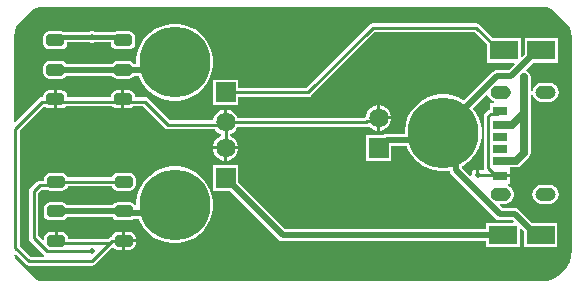
<source format=gbr>
G04*
G04 #@! TF.GenerationSoftware,Altium Limited,Altium Designer,23.0.1 (38)*
G04*
G04 Layer_Physical_Order=1*
G04 Layer_Color=255*
%FSLAX43Y43*%
%MOMM*%
G71*
G04*
G04 #@! TF.SameCoordinates,0C8224BD-781C-42A6-9A02-31E2BED0DC02*
G04*
G04*
G04 #@! TF.FilePolarity,Positive*
G04*
G01*
G75*
%ADD11C,0.254*%
%ADD13R,2.350X1.550*%
G04:AMPARAMS|DCode=14|XSize=1mm|YSize=1.525mm|CornerRadius=0.25mm|HoleSize=0mm|Usage=FLASHONLY|Rotation=90.000|XOffset=0mm|YOffset=0mm|HoleType=Round|Shape=RoundedRectangle|*
%AMROUNDEDRECTD14*
21,1,1.000,1.025,0,0,90.0*
21,1,0.500,1.525,0,0,90.0*
1,1,0.500,0.513,0.250*
1,1,0.500,0.513,-0.250*
1,1,0.500,-0.513,-0.250*
1,1,0.500,-0.513,0.250*
%
%ADD14ROUNDEDRECTD14*%
%ADD15R,1.200X0.800*%
%ADD16R,1.200X0.760*%
%ADD17R,1.200X0.700*%
%ADD27C,0.635*%
%ADD28C,0.508*%
%ADD29C,0.381*%
%ADD30C,6.000*%
%ADD31O,1.600X0.800*%
%ADD32R,1.651X1.651*%
%ADD33C,1.651*%
%ADD34C,0.508*%
G36*
X125511Y112232D02*
X125878Y112120D01*
X127457Y110541D01*
X127569Y110174D01*
X127616Y109688D01*
X127612Y109663D01*
Y91663D01*
X127616Y91638D01*
X127569Y91152D01*
X127420Y90661D01*
X127178Y90208D01*
X126852Y89811D01*
X126455Y89485D01*
X126002Y89243D01*
X125511Y89094D01*
X125125Y89056D01*
X125000Y89051D01*
X125000Y89051D01*
X124875Y89051D01*
X83000D01*
X82975Y89047D01*
X82489Y89094D01*
X82297Y89153D01*
X80490Y90960D01*
X80431Y91152D01*
X80423Y91240D01*
X80538Y91295D01*
X81365Y90467D01*
X81491Y90383D01*
X81640Y90353D01*
X86996D01*
X87145Y90383D01*
X87271Y90467D01*
X88666Y91861D01*
X88792Y91849D01*
X88796Y91843D01*
X88963Y91731D01*
X89160Y91692D01*
X89545D01*
Y92456D01*
Y93220D01*
X89160D01*
X88963Y93181D01*
X88796Y93069D01*
X88685Y92903D01*
X88666Y92809D01*
X88529Y92781D01*
X88403Y92697D01*
X88360Y92654D01*
X84973D01*
Y92706D01*
X84934Y92903D01*
X84823Y93069D01*
X84656Y93181D01*
X84460Y93220D01*
X84074D01*
Y92456D01*
X83820D01*
Y93220D01*
X83435D01*
X83238Y93181D01*
X83071Y93069D01*
X82960Y92903D01*
X82921Y92706D01*
Y92543D01*
X82803Y92494D01*
X82430Y92867D01*
Y96486D01*
X82732Y96788D01*
X83153D01*
X83238Y96731D01*
X83435Y96692D01*
X84460D01*
X84656Y96731D01*
X84823Y96843D01*
X84934Y97009D01*
X84946Y97068D01*
X88673D01*
X88685Y97009D01*
X88796Y96843D01*
X88963Y96731D01*
X89160Y96692D01*
X90185D01*
X90381Y96731D01*
X90548Y96843D01*
X90659Y97009D01*
X90698Y97206D01*
Y97706D01*
X90659Y97903D01*
X90548Y98069D01*
X90381Y98181D01*
X90185Y98220D01*
X89160D01*
X88963Y98181D01*
X88796Y98069D01*
X88685Y97903D01*
X88673Y97844D01*
X84946D01*
X84934Y97903D01*
X84823Y98069D01*
X84656Y98181D01*
X84460Y98220D01*
X83435D01*
X83238Y98181D01*
X83071Y98069D01*
X82960Y97903D01*
X82921Y97706D01*
Y97565D01*
X82572D01*
X82423Y97535D01*
X82297Y97451D01*
X81767Y96922D01*
X81683Y96796D01*
X81654Y96647D01*
Y92706D01*
X81683Y92557D01*
X81767Y92431D01*
X82898Y91300D01*
X82963Y91257D01*
X82925Y91130D01*
X81801D01*
X80896Y92034D01*
Y101797D01*
X82878Y103779D01*
X83003Y103821D01*
X83169Y103709D01*
X83366Y103670D01*
X83752D01*
Y104434D01*
Y105198D01*
X83366D01*
X83169Y105159D01*
X83003Y105047D01*
X82891Y104881D01*
X82852Y104684D01*
Y104632D01*
X82794D01*
X82645Y104602D01*
X82519Y104518D01*
X80506Y102505D01*
X80388Y102554D01*
Y109663D01*
X80384Y109688D01*
X80431Y110174D01*
X80580Y110665D01*
X80597Y110696D01*
X81967Y112066D01*
X81998Y112083D01*
X82489Y112232D01*
X82975Y112279D01*
X83000Y112275D01*
X125000D01*
X125025Y112279D01*
X125511Y112232D01*
D02*
G37*
%LPC*%
G36*
X87096Y110236D02*
X86894D01*
X86762Y110181D01*
X84674D01*
X84574Y110161D01*
X84391Y110198D01*
X83366D01*
X83169Y110159D01*
X83003Y110047D01*
X82891Y109881D01*
X82852Y109684D01*
Y109184D01*
X82891Y108987D01*
X83003Y108821D01*
X83169Y108709D01*
X83366Y108670D01*
X84391D01*
X84588Y108709D01*
X84754Y108821D01*
X84866Y108987D01*
X84905Y109184D01*
Y109275D01*
X86762D01*
X86894Y109220D01*
X87096D01*
X87228Y109275D01*
X88577D01*
Y109184D01*
X88616Y108987D01*
X88728Y108821D01*
X88894Y108709D01*
X89091Y108670D01*
X90116D01*
X90313Y108709D01*
X90479Y108821D01*
X90591Y108987D01*
X90630Y109184D01*
Y109684D01*
X90591Y109881D01*
X90479Y110047D01*
X90313Y110159D01*
X90116Y110198D01*
X89091D01*
X88908Y110161D01*
X88808Y110181D01*
X87228D01*
X87096Y110236D01*
D02*
G37*
G36*
X94236Y110823D02*
X93724D01*
X93218Y110743D01*
X92731Y110585D01*
X92275Y110352D01*
X91860Y110051D01*
X91498Y109689D01*
X91197Y109274D01*
X90964Y108818D01*
X90806Y108331D01*
X90726Y107825D01*
Y107452D01*
X90543D01*
X90479Y107547D01*
X90313Y107659D01*
X90116Y107698D01*
X89091D01*
X88894Y107659D01*
X88728Y107547D01*
X88664Y107452D01*
X84818D01*
X84754Y107547D01*
X84588Y107659D01*
X84391Y107698D01*
X83366D01*
X83169Y107659D01*
X83003Y107547D01*
X82891Y107381D01*
X82852Y107184D01*
Y106684D01*
X82891Y106487D01*
X83003Y106321D01*
X83169Y106209D01*
X83366Y106170D01*
X84391D01*
X84588Y106209D01*
X84754Y106321D01*
X84818Y106416D01*
X88664D01*
X88728Y106321D01*
X88894Y106209D01*
X89091Y106170D01*
X90116D01*
X90313Y106209D01*
X90479Y106321D01*
X90543Y106416D01*
X90933D01*
X90964Y106320D01*
X91197Y105864D01*
X91498Y105449D01*
X91860Y105087D01*
X92275Y104786D01*
X92731Y104553D01*
X93218Y104395D01*
X93724Y104315D01*
X94236D01*
X94742Y104395D01*
X95229Y104553D01*
X95685Y104786D01*
X96100Y105087D01*
X96462Y105449D01*
X96763Y105864D01*
X96996Y106320D01*
X97154Y106807D01*
X97234Y107313D01*
Y107825D01*
X97154Y108331D01*
X96996Y108818D01*
X96763Y109274D01*
X96462Y109689D01*
X96100Y110051D01*
X95685Y110352D01*
X95229Y110585D01*
X94742Y110743D01*
X94236Y110823D01*
D02*
G37*
G36*
X89477Y105198D02*
X89091D01*
X88894Y105159D01*
X88728Y105047D01*
X88616Y104881D01*
X88577Y104684D01*
Y104632D01*
X84905D01*
Y104684D01*
X84866Y104881D01*
X84754Y105047D01*
X84588Y105159D01*
X84391Y105198D01*
X84006D01*
Y104434D01*
Y103670D01*
X84391D01*
X84588Y103709D01*
X84754Y103821D01*
X84777Y103855D01*
X88705D01*
X88728Y103821D01*
X88894Y103709D01*
X89091Y103670D01*
X89477D01*
Y104434D01*
Y105198D01*
D02*
G37*
G36*
X119539Y110878D02*
X110744D01*
X110595Y110849D01*
X110469Y110765D01*
X105122Y105417D01*
X99378D01*
Y106108D01*
X97218D01*
Y103950D01*
X99378D01*
Y104641D01*
X105283D01*
X105432Y104670D01*
X105558Y104754D01*
X110905Y110102D01*
X119378D01*
X120415Y109065D01*
Y107556D01*
X122717D01*
X122765Y107439D01*
X122270Y106944D01*
X121285D01*
X121087Y106905D01*
X120919Y106792D01*
X118471Y104345D01*
X118418Y104383D01*
X117962Y104616D01*
X117475Y104774D01*
X116969Y104854D01*
X116457D01*
X115951Y104774D01*
X115464Y104616D01*
X115008Y104383D01*
X114593Y104082D01*
X114231Y103720D01*
X113930Y103305D01*
X113697Y102849D01*
X113539Y102362D01*
X113459Y101856D01*
Y101546D01*
X111951D01*
X111752Y101507D01*
X111606Y101410D01*
X110173D01*
Y99251D01*
X112331D01*
Y100511D01*
X113646D01*
X113697Y100351D01*
X113930Y99895D01*
X114231Y99480D01*
X114593Y99118D01*
X115008Y98817D01*
X115464Y98584D01*
X115951Y98426D01*
X116457Y98346D01*
X116969D01*
X117301Y98398D01*
X117334Y98230D01*
X117446Y98062D01*
X121137Y94372D01*
X121305Y94260D01*
X121503Y94220D01*
X122579D01*
X122689Y94110D01*
X122641Y93993D01*
X120339D01*
Y93482D01*
X103339D01*
X99378Y97443D01*
Y98869D01*
X97218D01*
Y96711D01*
X98645D01*
X102758Y92598D01*
X102926Y92485D01*
X103124Y92446D01*
X120339D01*
Y91935D01*
X123197D01*
Y93437D01*
X123314Y93485D01*
X123539Y93260D01*
Y91935D01*
X126397D01*
Y93993D01*
X124271D01*
X123160Y95104D01*
X122992Y95217D01*
X122794Y95256D01*
X121718D01*
X121509Y95465D01*
X121558Y95582D01*
X121887D01*
X121890Y95583D01*
X121894Y95582D01*
X121923Y95583D01*
X121929Y95584D01*
X121936Y95584D01*
X121965Y95586D01*
X121971Y95588D01*
X121978Y95587D01*
X122007Y95591D01*
X122013Y95593D01*
X122020Y95593D01*
X122049Y95598D01*
X122055Y95601D01*
X122062Y95601D01*
X122090Y95608D01*
X122096Y95611D01*
X122103Y95611D01*
X122131Y95620D01*
X122137Y95623D01*
X122143Y95624D01*
X122171Y95633D01*
X122176Y95637D01*
X122183Y95638D01*
X122210Y95649D01*
X122216Y95653D01*
X122222Y95655D01*
X122248Y95667D01*
X122254Y95671D01*
X122260Y95673D01*
X122286Y95687D01*
X122291Y95691D01*
X122297Y95694D01*
X122322Y95709D01*
X122327Y95714D01*
X122333Y95716D01*
X122357Y95733D01*
X122362Y95738D01*
X122368Y95741D01*
X122391Y95758D01*
X122395Y95763D01*
X122401Y95767D01*
X122423Y95785D01*
X122427Y95791D01*
X122433Y95794D01*
X122454Y95814D01*
X122458Y95820D01*
X122464Y95824D01*
X122484Y95845D01*
X122487Y95851D01*
X122493Y95855D01*
X122511Y95877D01*
X122515Y95883D01*
X122520Y95887D01*
X122537Y95910D01*
X122540Y95916D01*
X122545Y95921D01*
X122562Y95945D01*
X122564Y95951D01*
X122569Y95956D01*
X122584Y95981D01*
X122587Y95987D01*
X122591Y95992D01*
X122605Y96018D01*
X122607Y96024D01*
X122611Y96030D01*
X122623Y96056D01*
X122625Y96062D01*
X122629Y96068D01*
X122640Y96095D01*
X122641Y96102D01*
X122645Y96107D01*
X122654Y96135D01*
X122655Y96141D01*
X122658Y96147D01*
X122667Y96175D01*
X122667Y96182D01*
X122670Y96188D01*
X122677Y96216D01*
X122677Y96223D01*
X122680Y96229D01*
X122685Y96258D01*
X122685Y96265D01*
X122687Y96271D01*
X122691Y96300D01*
X122690Y96307D01*
X122692Y96313D01*
X122694Y96342D01*
X122694Y96349D01*
X122695Y96355D01*
X122696Y96384D01*
X122695Y96391D01*
X122696Y96398D01*
X122695Y96427D01*
X122694Y96433D01*
X122694Y96440D01*
X122692Y96469D01*
X122690Y96475D01*
X122691Y96482D01*
X122687Y96511D01*
X122685Y96517D01*
X122685Y96524D01*
X122680Y96553D01*
X122677Y96559D01*
X122677Y96566D01*
X122670Y96594D01*
X122667Y96600D01*
X122667Y96607D01*
X122658Y96635D01*
X122655Y96641D01*
X122654Y96647D01*
X122645Y96675D01*
X122641Y96680D01*
X122640Y96687D01*
X122629Y96714D01*
X122625Y96720D01*
X122623Y96726D01*
X122611Y96752D01*
X122607Y96758D01*
X122605Y96764D01*
X122591Y96790D01*
X122587Y96795D01*
X122584Y96801D01*
X122569Y96826D01*
X122564Y96831D01*
X122562Y96837D01*
X122545Y96861D01*
X122540Y96866D01*
X122537Y96872D01*
X122520Y96895D01*
X122515Y96899D01*
X122511Y96905D01*
X122493Y96927D01*
X122487Y96931D01*
X122484Y96937D01*
X122464Y96958D01*
X122458Y96962D01*
X122454Y96968D01*
X122433Y96988D01*
X122427Y96991D01*
X122423Y96997D01*
X122401Y97015D01*
X122395Y97019D01*
X122391Y97024D01*
X122368Y97041D01*
X122362Y97044D01*
X122357Y97049D01*
X122333Y97066D01*
X122327Y97068D01*
X122322Y97073D01*
X122297Y97088D01*
X122291Y97091D01*
X122286Y97095D01*
X122260Y97109D01*
X122254Y97111D01*
X122248Y97115D01*
X122222Y97127D01*
X122216Y97129D01*
X122210Y97133D01*
X122183Y97144D01*
X122176Y97145D01*
X122171Y97149D01*
X122143Y97158D01*
X122137Y97159D01*
X122131Y97162D01*
X122103Y97171D01*
X122100Y97180D01*
X122196Y97307D01*
X122361D01*
Y97834D01*
X121507D01*
Y98088D01*
X122361D01*
Y98671D01*
X122890D01*
X123113Y98715D01*
X123302Y98841D01*
X123983Y99522D01*
X124109Y99711D01*
X124154Y99934D01*
Y103289D01*
Y104834D01*
X124229Y104884D01*
X124281Y104888D01*
X124297Y104856D01*
X124304Y104828D01*
X124307Y104822D01*
X124307Y104815D01*
X124316Y104787D01*
X124319Y104781D01*
X124320Y104775D01*
X124329Y104747D01*
X124333Y104742D01*
X124334Y104735D01*
X124345Y104708D01*
X124349Y104702D01*
X124351Y104696D01*
X124363Y104670D01*
X124367Y104664D01*
X124369Y104658D01*
X124383Y104632D01*
X124387Y104627D01*
X124390Y104621D01*
X124405Y104596D01*
X124410Y104591D01*
X124412Y104585D01*
X124429Y104561D01*
X124434Y104556D01*
X124437Y104550D01*
X124454Y104527D01*
X124459Y104523D01*
X124463Y104517D01*
X124481Y104495D01*
X124487Y104491D01*
X124490Y104485D01*
X124510Y104464D01*
X124516Y104460D01*
X124520Y104454D01*
X124541Y104434D01*
X124547Y104431D01*
X124551Y104425D01*
X124573Y104407D01*
X124579Y104403D01*
X124583Y104398D01*
X124606Y104381D01*
X124612Y104378D01*
X124617Y104373D01*
X124641Y104356D01*
X124647Y104354D01*
X124652Y104349D01*
X124677Y104334D01*
X124683Y104331D01*
X124688Y104327D01*
X124714Y104313D01*
X124720Y104311D01*
X124726Y104307D01*
X124752Y104295D01*
X124758Y104293D01*
X124764Y104289D01*
X124791Y104278D01*
X124798Y104277D01*
X124803Y104273D01*
X124831Y104264D01*
X124837Y104263D01*
X124843Y104260D01*
X124871Y104251D01*
X124878Y104251D01*
X124884Y104248D01*
X124912Y104241D01*
X124919Y104241D01*
X124925Y104238D01*
X124954Y104233D01*
X124961Y104233D01*
X124967Y104231D01*
X124996Y104227D01*
X125003Y104228D01*
X125009Y104226D01*
X125038Y104224D01*
X125045Y104224D01*
X125051Y104223D01*
X125080Y104222D01*
X125084Y104223D01*
X125087Y104222D01*
X125687D01*
X125690Y104223D01*
X125694Y104222D01*
X125723Y104223D01*
X125729Y104224D01*
X125736Y104224D01*
X125765Y104226D01*
X125771Y104228D01*
X125778Y104227D01*
X125807Y104231D01*
X125813Y104233D01*
X125820Y104233D01*
X125849Y104238D01*
X125855Y104241D01*
X125862Y104241D01*
X125890Y104248D01*
X125896Y104251D01*
X125903Y104251D01*
X125931Y104260D01*
X125937Y104263D01*
X125943Y104264D01*
X125971Y104273D01*
X125976Y104277D01*
X125983Y104278D01*
X126010Y104289D01*
X126016Y104293D01*
X126022Y104295D01*
X126048Y104307D01*
X126054Y104311D01*
X126060Y104313D01*
X126086Y104327D01*
X126091Y104331D01*
X126097Y104334D01*
X126122Y104349D01*
X126127Y104354D01*
X126133Y104356D01*
X126157Y104373D01*
X126162Y104378D01*
X126168Y104381D01*
X126191Y104398D01*
X126195Y104403D01*
X126201Y104407D01*
X126223Y104425D01*
X126227Y104431D01*
X126233Y104434D01*
X126254Y104454D01*
X126258Y104460D01*
X126264Y104464D01*
X126284Y104485D01*
X126287Y104491D01*
X126293Y104495D01*
X126311Y104517D01*
X126315Y104523D01*
X126320Y104527D01*
X126337Y104550D01*
X126340Y104556D01*
X126345Y104561D01*
X126362Y104585D01*
X126364Y104591D01*
X126369Y104596D01*
X126384Y104621D01*
X126387Y104627D01*
X126391Y104632D01*
X126405Y104658D01*
X126407Y104664D01*
X126411Y104670D01*
X126423Y104696D01*
X126425Y104702D01*
X126429Y104708D01*
X126440Y104735D01*
X126441Y104742D01*
X126445Y104747D01*
X126454Y104775D01*
X126455Y104781D01*
X126458Y104787D01*
X126467Y104815D01*
X126467Y104822D01*
X126470Y104828D01*
X126477Y104856D01*
X126477Y104863D01*
X126480Y104869D01*
X126485Y104898D01*
X126485Y104905D01*
X126487Y104911D01*
X126491Y104940D01*
X126490Y104947D01*
X126492Y104953D01*
X126494Y104982D01*
X126494Y104989D01*
X126495Y104995D01*
X126496Y105024D01*
X126495Y105031D01*
X126496Y105038D01*
X126495Y105067D01*
X126494Y105073D01*
X126494Y105080D01*
X126492Y105109D01*
X126490Y105115D01*
X126491Y105122D01*
X126487Y105151D01*
X126485Y105157D01*
X126485Y105164D01*
X126480Y105193D01*
X126477Y105199D01*
X126477Y105206D01*
X126470Y105234D01*
X126467Y105240D01*
X126467Y105247D01*
X126458Y105275D01*
X126455Y105281D01*
X126454Y105287D01*
X126445Y105315D01*
X126441Y105320D01*
X126440Y105327D01*
X126429Y105354D01*
X126425Y105360D01*
X126423Y105366D01*
X126411Y105392D01*
X126407Y105398D01*
X126405Y105404D01*
X126391Y105430D01*
X126387Y105435D01*
X126384Y105441D01*
X126369Y105466D01*
X126364Y105471D01*
X126362Y105477D01*
X126345Y105501D01*
X126340Y105506D01*
X126337Y105512D01*
X126320Y105535D01*
X126315Y105539D01*
X126311Y105545D01*
X126293Y105567D01*
X126287Y105571D01*
X126284Y105577D01*
X126264Y105598D01*
X126258Y105602D01*
X126254Y105608D01*
X126233Y105628D01*
X126227Y105631D01*
X126223Y105637D01*
X126201Y105655D01*
X126195Y105659D01*
X126191Y105664D01*
X126168Y105681D01*
X126162Y105684D01*
X126157Y105689D01*
X126133Y105706D01*
X126127Y105708D01*
X126122Y105713D01*
X126097Y105728D01*
X126091Y105731D01*
X126086Y105735D01*
X126060Y105749D01*
X126054Y105751D01*
X126048Y105755D01*
X126022Y105767D01*
X126016Y105769D01*
X126010Y105773D01*
X125983Y105784D01*
X125976Y105785D01*
X125971Y105789D01*
X125943Y105798D01*
X125937Y105799D01*
X125931Y105802D01*
X125903Y105811D01*
X125896Y105811D01*
X125890Y105814D01*
X125862Y105821D01*
X125855Y105821D01*
X125849Y105824D01*
X125820Y105829D01*
X125813Y105829D01*
X125807Y105831D01*
X125778Y105835D01*
X125771Y105834D01*
X125765Y105836D01*
X125736Y105838D01*
X125729Y105838D01*
X125723Y105839D01*
X125694Y105840D01*
X125690Y105839D01*
X125687Y105840D01*
X125087D01*
X125084Y105839D01*
X125080Y105840D01*
X125051Y105839D01*
X125045Y105838D01*
X125038Y105838D01*
X125009Y105836D01*
X125003Y105834D01*
X124996Y105835D01*
X124967Y105831D01*
X124961Y105829D01*
X124954Y105829D01*
X124925Y105824D01*
X124919Y105821D01*
X124912Y105821D01*
X124884Y105814D01*
X124878Y105811D01*
X124871Y105811D01*
X124843Y105802D01*
X124837Y105799D01*
X124831Y105798D01*
X124803Y105789D01*
X124798Y105785D01*
X124791Y105784D01*
X124764Y105773D01*
X124758Y105769D01*
X124752Y105767D01*
X124726Y105755D01*
X124720Y105751D01*
X124714Y105749D01*
X124688Y105735D01*
X124683Y105731D01*
X124677Y105728D01*
X124652Y105713D01*
X124647Y105708D01*
X124641Y105706D01*
X124617Y105689D01*
X124612Y105684D01*
X124606Y105681D01*
X124583Y105664D01*
X124579Y105659D01*
X124573Y105655D01*
X124551Y105637D01*
X124547Y105631D01*
X124541Y105628D01*
X124520Y105608D01*
X124516Y105602D01*
X124510Y105598D01*
X124490Y105577D01*
X124487Y105571D01*
X124481Y105567D01*
X124463Y105545D01*
X124459Y105539D01*
X124454Y105535D01*
X124437Y105512D01*
X124434Y105506D01*
X124429Y105501D01*
X124412Y105477D01*
X124410Y105471D01*
X124405Y105466D01*
X124390Y105441D01*
X124387Y105435D01*
X124383Y105430D01*
X124369Y105404D01*
X124367Y105398D01*
X124363Y105392D01*
X124351Y105366D01*
X124349Y105360D01*
X124345Y105354D01*
X124334Y105327D01*
X124333Y105320D01*
X124329Y105315D01*
X124320Y105287D01*
X124319Y105281D01*
X124316Y105275D01*
X124307Y105247D01*
X124307Y105240D01*
X124304Y105234D01*
X124297Y105206D01*
X124281Y105174D01*
X124229Y105178D01*
X124154Y105228D01*
Y106299D01*
X124109Y106522D01*
X123983Y106711D01*
X123803Y106832D01*
X123783Y106855D01*
X123751Y106960D01*
X124347Y107556D01*
X126473D01*
Y109614D01*
X123615D01*
Y108288D01*
X123390Y108064D01*
X123273Y108112D01*
Y109614D01*
X120964D01*
X119814Y110765D01*
X119688Y110849D01*
X119539Y110878D01*
D02*
G37*
G36*
X111394Y103950D02*
X111379D01*
Y102997D01*
X112331D01*
Y103012D01*
X112258Y103287D01*
X112116Y103533D01*
X111915Y103734D01*
X111669Y103876D01*
X111394Y103950D01*
D02*
G37*
G36*
X112331Y102743D02*
X111379D01*
Y101790D01*
X111394D01*
X111669Y101864D01*
X111915Y102006D01*
X112116Y102207D01*
X112258Y102453D01*
X112331Y102728D01*
Y102743D01*
D02*
G37*
G36*
X90116Y105198D02*
X89730D01*
Y104434D01*
Y103670D01*
X90116D01*
X90313Y103709D01*
X90479Y103821D01*
X90502Y103855D01*
X91284D01*
X93115Y102024D01*
X93241Y101940D01*
X93390Y101910D01*
X97386D01*
X97434Y101826D01*
X97635Y101625D01*
X97881Y101483D01*
X97910Y101476D01*
Y101343D01*
X97881Y101336D01*
X97635Y101194D01*
X97434Y100993D01*
X97292Y100747D01*
X97218Y100472D01*
Y100457D01*
X98298D01*
X99378D01*
Y100472D01*
X99304Y100747D01*
X99162Y100993D01*
X98961Y101194D01*
X98715Y101336D01*
X98686Y101343D01*
Y101476D01*
X98715Y101483D01*
X98961Y101625D01*
X99162Y101826D01*
X99304Y102072D01*
X99311Y102101D01*
X110173D01*
X110321Y102130D01*
X110408Y102188D01*
X110589Y102006D01*
X110835Y101864D01*
X111110Y101790D01*
X111125D01*
Y102870D01*
Y103950D01*
X111110D01*
X110835Y103876D01*
X110589Y103734D01*
X110388Y103533D01*
X110246Y103287D01*
X110173Y103012D01*
Y102983D01*
X110155Y102979D01*
X110029Y102895D01*
X110012Y102877D01*
X99311D01*
X99304Y102906D01*
X99162Y103152D01*
X98961Y103353D01*
X98715Y103495D01*
X98440Y103568D01*
X98425D01*
Y102489D01*
X98171D01*
Y103568D01*
X98156D01*
X97881Y103495D01*
X97635Y103353D01*
X97434Y103152D01*
X97292Y102906D01*
X97233Y102687D01*
X93550D01*
X91719Y104518D01*
X91593Y104602D01*
X91445Y104632D01*
X90630D01*
Y104684D01*
X90591Y104881D01*
X90479Y105047D01*
X90313Y105159D01*
X90116Y105198D01*
D02*
G37*
G36*
X99378Y100203D02*
X98425D01*
Y99251D01*
X98440D01*
X98715Y99324D01*
X98961Y99466D01*
X99162Y99667D01*
X99304Y99913D01*
X99378Y100188D01*
Y100203D01*
D02*
G37*
G36*
X98171D02*
X97218D01*
Y100188D01*
X97292Y99913D01*
X97434Y99667D01*
X97635Y99466D01*
X97881Y99324D01*
X98156Y99251D01*
X98171D01*
Y100203D01*
D02*
G37*
G36*
X125687Y97200D02*
X125087D01*
X125084Y97199D01*
X125080Y97200D01*
X125051Y97199D01*
X125045Y97198D01*
X125038Y97198D01*
X125009Y97196D01*
X125003Y97194D01*
X124996Y97195D01*
X124967Y97191D01*
X124961Y97189D01*
X124954Y97189D01*
X124925Y97184D01*
X124919Y97181D01*
X124912Y97181D01*
X124884Y97174D01*
X124878Y97171D01*
X124871Y97171D01*
X124843Y97162D01*
X124837Y97159D01*
X124831Y97158D01*
X124803Y97149D01*
X124798Y97145D01*
X124791Y97144D01*
X124764Y97133D01*
X124758Y97129D01*
X124752Y97127D01*
X124726Y97115D01*
X124720Y97111D01*
X124714Y97109D01*
X124688Y97095D01*
X124683Y97091D01*
X124677Y97088D01*
X124652Y97073D01*
X124647Y97068D01*
X124641Y97066D01*
X124617Y97049D01*
X124612Y97044D01*
X124606Y97041D01*
X124583Y97024D01*
X124579Y97019D01*
X124573Y97015D01*
X124551Y96997D01*
X124547Y96991D01*
X124541Y96988D01*
X124520Y96968D01*
X124516Y96962D01*
X124510Y96958D01*
X124490Y96937D01*
X124487Y96931D01*
X124481Y96927D01*
X124463Y96905D01*
X124459Y96899D01*
X124454Y96895D01*
X124437Y96872D01*
X124434Y96866D01*
X124429Y96861D01*
X124412Y96837D01*
X124410Y96831D01*
X124405Y96826D01*
X124390Y96801D01*
X124387Y96795D01*
X124383Y96790D01*
X124369Y96764D01*
X124367Y96758D01*
X124363Y96752D01*
X124351Y96726D01*
X124349Y96720D01*
X124345Y96714D01*
X124334Y96687D01*
X124333Y96680D01*
X124329Y96675D01*
X124320Y96647D01*
X124319Y96641D01*
X124316Y96635D01*
X124307Y96607D01*
X124307Y96600D01*
X124304Y96594D01*
X124297Y96566D01*
X124297Y96559D01*
X124294Y96553D01*
X124289Y96524D01*
X124289Y96517D01*
X124287Y96511D01*
X124283Y96482D01*
X124284Y96475D01*
X124282Y96469D01*
X124280Y96440D01*
X124280Y96433D01*
X124279Y96427D01*
X124278Y96398D01*
X124279Y96391D01*
X124278Y96384D01*
X124279Y96355D01*
X124280Y96349D01*
X124280Y96342D01*
X124282Y96313D01*
X124284Y96307D01*
X124283Y96300D01*
X124287Y96271D01*
X124289Y96265D01*
X124289Y96258D01*
X124294Y96229D01*
X124297Y96223D01*
X124297Y96216D01*
X124304Y96188D01*
X124307Y96182D01*
X124307Y96175D01*
X124316Y96147D01*
X124319Y96141D01*
X124320Y96135D01*
X124329Y96107D01*
X124333Y96102D01*
X124334Y96095D01*
X124345Y96068D01*
X124349Y96062D01*
X124351Y96056D01*
X124363Y96030D01*
X124367Y96024D01*
X124369Y96018D01*
X124383Y95992D01*
X124387Y95987D01*
X124390Y95981D01*
X124405Y95956D01*
X124410Y95951D01*
X124412Y95945D01*
X124429Y95921D01*
X124434Y95916D01*
X124437Y95910D01*
X124454Y95887D01*
X124459Y95883D01*
X124463Y95877D01*
X124481Y95855D01*
X124487Y95851D01*
X124490Y95845D01*
X124510Y95824D01*
X124516Y95820D01*
X124520Y95814D01*
X124541Y95794D01*
X124547Y95791D01*
X124551Y95785D01*
X124573Y95767D01*
X124579Y95763D01*
X124583Y95758D01*
X124606Y95741D01*
X124612Y95738D01*
X124617Y95733D01*
X124641Y95716D01*
X124647Y95714D01*
X124652Y95709D01*
X124677Y95694D01*
X124683Y95691D01*
X124688Y95687D01*
X124714Y95673D01*
X124720Y95671D01*
X124726Y95667D01*
X124752Y95655D01*
X124758Y95653D01*
X124764Y95649D01*
X124791Y95638D01*
X124798Y95637D01*
X124803Y95633D01*
X124831Y95624D01*
X124837Y95623D01*
X124843Y95620D01*
X124871Y95611D01*
X124878Y95611D01*
X124884Y95608D01*
X124912Y95601D01*
X124919Y95601D01*
X124925Y95598D01*
X124954Y95593D01*
X124961Y95593D01*
X124967Y95591D01*
X124996Y95587D01*
X125003Y95588D01*
X125009Y95586D01*
X125038Y95584D01*
X125045Y95584D01*
X125051Y95583D01*
X125080Y95582D01*
X125084Y95583D01*
X125087Y95582D01*
X125687D01*
X125690Y95583D01*
X125694Y95582D01*
X125723Y95583D01*
X125729Y95584D01*
X125736Y95584D01*
X125765Y95586D01*
X125771Y95588D01*
X125778Y95587D01*
X125807Y95591D01*
X125813Y95593D01*
X125820Y95593D01*
X125849Y95598D01*
X125855Y95601D01*
X125862Y95601D01*
X125890Y95608D01*
X125896Y95611D01*
X125903Y95611D01*
X125931Y95620D01*
X125937Y95623D01*
X125943Y95624D01*
X125971Y95633D01*
X125976Y95637D01*
X125983Y95638D01*
X126010Y95649D01*
X126016Y95653D01*
X126022Y95655D01*
X126048Y95667D01*
X126054Y95671D01*
X126060Y95673D01*
X126086Y95687D01*
X126091Y95691D01*
X126097Y95694D01*
X126122Y95709D01*
X126127Y95714D01*
X126133Y95716D01*
X126157Y95733D01*
X126162Y95738D01*
X126168Y95741D01*
X126191Y95758D01*
X126195Y95763D01*
X126201Y95767D01*
X126223Y95785D01*
X126227Y95791D01*
X126233Y95794D01*
X126254Y95814D01*
X126258Y95820D01*
X126264Y95824D01*
X126284Y95845D01*
X126287Y95851D01*
X126293Y95855D01*
X126311Y95877D01*
X126315Y95883D01*
X126320Y95887D01*
X126337Y95910D01*
X126340Y95916D01*
X126345Y95921D01*
X126362Y95945D01*
X126364Y95951D01*
X126369Y95956D01*
X126384Y95981D01*
X126387Y95987D01*
X126391Y95992D01*
X126405Y96018D01*
X126407Y96024D01*
X126411Y96030D01*
X126423Y96056D01*
X126425Y96062D01*
X126429Y96068D01*
X126440Y96095D01*
X126441Y96102D01*
X126445Y96107D01*
X126454Y96135D01*
X126455Y96141D01*
X126458Y96147D01*
X126467Y96175D01*
X126467Y96182D01*
X126470Y96188D01*
X126477Y96216D01*
X126477Y96223D01*
X126480Y96229D01*
X126485Y96258D01*
X126485Y96265D01*
X126487Y96271D01*
X126491Y96300D01*
X126490Y96307D01*
X126492Y96313D01*
X126494Y96342D01*
X126494Y96349D01*
X126495Y96355D01*
X126496Y96384D01*
X126495Y96391D01*
X126496Y96398D01*
X126495Y96427D01*
X126494Y96433D01*
X126494Y96440D01*
X126492Y96469D01*
X126490Y96475D01*
X126491Y96482D01*
X126487Y96511D01*
X126485Y96517D01*
X126485Y96524D01*
X126480Y96553D01*
X126477Y96559D01*
X126477Y96566D01*
X126470Y96594D01*
X126467Y96600D01*
X126467Y96607D01*
X126458Y96635D01*
X126455Y96641D01*
X126454Y96647D01*
X126445Y96675D01*
X126441Y96680D01*
X126440Y96687D01*
X126429Y96714D01*
X126425Y96720D01*
X126423Y96726D01*
X126411Y96752D01*
X126407Y96758D01*
X126405Y96764D01*
X126391Y96790D01*
X126387Y96795D01*
X126384Y96801D01*
X126369Y96826D01*
X126364Y96831D01*
X126362Y96837D01*
X126345Y96861D01*
X126340Y96866D01*
X126337Y96872D01*
X126320Y96895D01*
X126315Y96899D01*
X126311Y96905D01*
X126293Y96927D01*
X126287Y96931D01*
X126284Y96937D01*
X126264Y96958D01*
X126258Y96962D01*
X126254Y96968D01*
X126233Y96988D01*
X126227Y96991D01*
X126223Y96997D01*
X126201Y97015D01*
X126195Y97019D01*
X126191Y97024D01*
X126168Y97041D01*
X126162Y97044D01*
X126157Y97049D01*
X126133Y97066D01*
X126127Y97068D01*
X126122Y97073D01*
X126097Y97088D01*
X126091Y97091D01*
X126086Y97095D01*
X126060Y97109D01*
X126054Y97111D01*
X126048Y97115D01*
X126022Y97127D01*
X126016Y97129D01*
X126010Y97133D01*
X125983Y97144D01*
X125976Y97145D01*
X125971Y97149D01*
X125943Y97158D01*
X125937Y97159D01*
X125931Y97162D01*
X125903Y97171D01*
X125896Y97171D01*
X125890Y97174D01*
X125862Y97181D01*
X125855Y97181D01*
X125849Y97184D01*
X125820Y97189D01*
X125813Y97189D01*
X125807Y97191D01*
X125778Y97195D01*
X125771Y97194D01*
X125765Y97196D01*
X125736Y97198D01*
X125729Y97198D01*
X125723Y97199D01*
X125694Y97200D01*
X125690Y97199D01*
X125687Y97200D01*
D02*
G37*
G36*
X94236Y98758D02*
X93724D01*
X93218Y98678D01*
X92731Y98520D01*
X92275Y98287D01*
X91860Y97986D01*
X91498Y97624D01*
X91197Y97209D01*
X90964Y96753D01*
X90806Y96266D01*
X90726Y95760D01*
Y95531D01*
X90599Y95493D01*
X90548Y95569D01*
X90381Y95681D01*
X90185Y95720D01*
X89160D01*
X88963Y95681D01*
X88796Y95569D01*
X88732Y95474D01*
X84887D01*
X84823Y95569D01*
X84656Y95681D01*
X84460Y95720D01*
X83435D01*
X83238Y95681D01*
X83071Y95569D01*
X82960Y95403D01*
X82921Y95206D01*
Y94706D01*
X82960Y94509D01*
X83071Y94343D01*
X83238Y94231D01*
X83435Y94192D01*
X84460D01*
X84656Y94231D01*
X84823Y94343D01*
X84887Y94438D01*
X88732D01*
X88796Y94343D01*
X88963Y94231D01*
X89160Y94192D01*
X90185D01*
X90381Y94231D01*
X90531Y94331D01*
X90940D01*
X90964Y94255D01*
X91197Y93799D01*
X91498Y93384D01*
X91860Y93022D01*
X92275Y92721D01*
X92731Y92488D01*
X93218Y92330D01*
X93724Y92250D01*
X94236D01*
X94742Y92330D01*
X95229Y92488D01*
X95685Y92721D01*
X96100Y93022D01*
X96462Y93384D01*
X96763Y93799D01*
X96996Y94255D01*
X97154Y94742D01*
X97234Y95248D01*
Y95760D01*
X97154Y96266D01*
X96996Y96753D01*
X96763Y97209D01*
X96462Y97624D01*
X96100Y97986D01*
X95685Y98287D01*
X95229Y98520D01*
X94742Y98678D01*
X94236Y98758D01*
D02*
G37*
G36*
X90185Y93220D02*
X89799D01*
Y92583D01*
X90698D01*
Y92706D01*
X90659Y92903D01*
X90548Y93069D01*
X90381Y93181D01*
X90185Y93220D01*
D02*
G37*
G36*
X90698Y92329D02*
X89799D01*
Y91692D01*
X90185D01*
X90381Y91731D01*
X90548Y91843D01*
X90659Y92009D01*
X90698Y92206D01*
Y92329D01*
D02*
G37*
%LPD*%
G36*
X125716Y105580D02*
X125744Y105578D01*
X125773Y105574D01*
X125801Y105569D01*
X125829Y105562D01*
X125857Y105554D01*
X125884Y105544D01*
X125911Y105533D01*
X125937Y105521D01*
X125962Y105507D01*
X125987Y105492D01*
X126010Y105476D01*
X126033Y105458D01*
X126055Y105440D01*
X126076Y105420D01*
X126096Y105399D01*
X126114Y105377D01*
X126132Y105354D01*
X126148Y105331D01*
X126163Y105306D01*
X126177Y105281D01*
X126189Y105255D01*
X126200Y105228D01*
X126210Y105201D01*
X126218Y105173D01*
X126225Y105145D01*
X126230Y105117D01*
X126234Y105088D01*
X126236Y105060D01*
X126237Y105031D01*
X126236Y105002D01*
X126234Y104974D01*
X126230Y104945D01*
X126225Y104917D01*
X126218Y104889D01*
X126210Y104861D01*
X126200Y104834D01*
X126189Y104807D01*
X126177Y104781D01*
X126163Y104756D01*
X126148Y104731D01*
X126132Y104708D01*
X126114Y104685D01*
X126096Y104663D01*
X126076Y104642D01*
X126055Y104622D01*
X126033Y104604D01*
X126010Y104586D01*
X125987Y104570D01*
X125962Y104555D01*
X125937Y104541D01*
X125911Y104529D01*
X125884Y104518D01*
X125857Y104508D01*
X125829Y104500D01*
X125801Y104493D01*
X125773Y104488D01*
X125744Y104484D01*
X125716Y104482D01*
X125687Y104481D01*
X125087D01*
X125058Y104482D01*
X125030Y104484D01*
X125001Y104488D01*
X124973Y104493D01*
X124945Y104500D01*
X124917Y104508D01*
X124890Y104518D01*
X124863Y104529D01*
X124837Y104541D01*
X124812Y104555D01*
X124787Y104570D01*
X124764Y104586D01*
X124741Y104604D01*
X124719Y104622D01*
X124698Y104642D01*
X124678Y104663D01*
X124660Y104685D01*
X124642Y104708D01*
X124626Y104731D01*
X124611Y104756D01*
X124597Y104781D01*
X124585Y104807D01*
X124574Y104834D01*
X124564Y104861D01*
X124556Y104889D01*
X124549Y104917D01*
X124544Y104945D01*
X124540Y104974D01*
X124538Y105002D01*
X124537Y105031D01*
X124538Y105060D01*
X124540Y105088D01*
X124544Y105117D01*
X124549Y105145D01*
X124556Y105173D01*
X124564Y105201D01*
X124574Y105228D01*
X124585Y105255D01*
X124597Y105281D01*
X124611Y105306D01*
X124626Y105331D01*
X124642Y105354D01*
X124660Y105377D01*
X124678Y105399D01*
X124698Y105420D01*
X124719Y105440D01*
X124741Y105458D01*
X124764Y105476D01*
X124787Y105492D01*
X124812Y105507D01*
X124837Y105521D01*
X124863Y105533D01*
X124890Y105544D01*
X124917Y105554D01*
X124945Y105562D01*
X124973Y105569D01*
X125001Y105574D01*
X125030Y105578D01*
X125058Y105580D01*
X125087Y105581D01*
X125687D01*
X125716Y105580D01*
D02*
G37*
G36*
X121916D02*
X121944Y105578D01*
X121973Y105574D01*
X122001Y105569D01*
X122029Y105562D01*
X122057Y105554D01*
X122084Y105544D01*
X122111Y105533D01*
X122137Y105521D01*
X122162Y105507D01*
X122187Y105492D01*
X122210Y105476D01*
X122233Y105458D01*
X122255Y105440D01*
X122276Y105420D01*
X122296Y105399D01*
X122314Y105377D01*
X122332Y105354D01*
X122348Y105331D01*
X122363Y105306D01*
X122377Y105281D01*
X122389Y105255D01*
X122400Y105228D01*
X122410Y105201D01*
X122418Y105173D01*
X122425Y105145D01*
X122430Y105117D01*
X122434Y105088D01*
X122436Y105060D01*
X122437Y105031D01*
X122436Y105002D01*
X122434Y104974D01*
X122430Y104945D01*
X122425Y104917D01*
X122418Y104889D01*
X122410Y104861D01*
X122400Y104834D01*
X122389Y104807D01*
X122377Y104781D01*
X122363Y104756D01*
X122348Y104731D01*
X122332Y104708D01*
X122314Y104685D01*
X122296Y104663D01*
X122276Y104642D01*
X122255Y104622D01*
X122233Y104604D01*
X122210Y104586D01*
X122187Y104570D01*
X122162Y104555D01*
X122137Y104541D01*
X122111Y104529D01*
X122084Y104518D01*
X122057Y104508D01*
X122029Y104500D01*
X122001Y104493D01*
X121973Y104488D01*
X121944Y104484D01*
X121916Y104482D01*
X121887Y104481D01*
X121287D01*
X121258Y104482D01*
X121230Y104484D01*
X121201Y104488D01*
X121173Y104493D01*
X121145Y104500D01*
X121117Y104508D01*
X121090Y104518D01*
X121063Y104529D01*
X121037Y104541D01*
X121012Y104555D01*
X120987Y104570D01*
X120964Y104586D01*
X120941Y104604D01*
X120919Y104622D01*
X120898Y104642D01*
X120878Y104663D01*
X120860Y104685D01*
X120842Y104708D01*
X120826Y104731D01*
X120811Y104756D01*
X120797Y104781D01*
X120785Y104807D01*
X120774Y104834D01*
X120764Y104861D01*
X120756Y104889D01*
X120749Y104917D01*
X120744Y104945D01*
X120740Y104974D01*
X120738Y105002D01*
X120737Y105031D01*
X120738Y105060D01*
X120740Y105088D01*
X120744Y105117D01*
X120749Y105145D01*
X120756Y105173D01*
X120764Y105201D01*
X120774Y105228D01*
X120785Y105255D01*
X120797Y105281D01*
X120811Y105306D01*
X120826Y105331D01*
X120842Y105354D01*
X120860Y105377D01*
X120878Y105399D01*
X120898Y105420D01*
X120919Y105440D01*
X120941Y105458D01*
X120964Y105476D01*
X120987Y105492D01*
X121012Y105507D01*
X121037Y105521D01*
X121063Y105533D01*
X121090Y105544D01*
X121117Y105554D01*
X121145Y105562D01*
X121173Y105569D01*
X121201Y105574D01*
X121230Y105578D01*
X121258Y105580D01*
X121287Y105581D01*
X121887D01*
X121916Y105580D01*
D02*
G37*
G36*
X120449Y104792D02*
X120527Y104755D01*
X120529Y104747D01*
X120533Y104742D01*
X120534Y104735D01*
X120545Y104708D01*
X120549Y104702D01*
X120551Y104696D01*
X120563Y104670D01*
X120567Y104664D01*
X120569Y104658D01*
X120583Y104632D01*
X120587Y104627D01*
X120590Y104621D01*
X120605Y104596D01*
X120610Y104591D01*
X120612Y104585D01*
X120629Y104561D01*
X120634Y104556D01*
X120637Y104550D01*
X120654Y104527D01*
X120659Y104523D01*
X120663Y104517D01*
X120681Y104495D01*
X120687Y104491D01*
X120690Y104485D01*
X120710Y104464D01*
X120716Y104460D01*
X120720Y104454D01*
X120741Y104434D01*
X120747Y104431D01*
X120751Y104425D01*
X120773Y104407D01*
X120779Y104403D01*
X120783Y104398D01*
X120806Y104381D01*
X120812Y104378D01*
X120817Y104373D01*
X120841Y104356D01*
X120847Y104354D01*
X120852Y104349D01*
X120877Y104334D01*
X120883Y104331D01*
X120888Y104327D01*
X120914Y104313D01*
X120920Y104311D01*
X120926Y104307D01*
X120952Y104295D01*
X120958Y104293D01*
X120964Y104289D01*
X120991Y104278D01*
X120998Y104277D01*
X121003Y104273D01*
X121031Y104264D01*
X121037Y104263D01*
X121043Y104260D01*
X121071Y104251D01*
X121074Y104242D01*
X120978Y104115D01*
X120653D01*
Y103576D01*
X120585Y103563D01*
X120459Y103479D01*
X120251Y103271D01*
X120167Y103145D01*
X120138Y102997D01*
Y98653D01*
X120156Y98559D01*
X120084Y98448D01*
X119956Y98440D01*
X119922Y98475D01*
X119761Y98541D01*
Y98044D01*
X119507D01*
Y98541D01*
X119346Y98475D01*
X119203Y98332D01*
X119126Y98145D01*
Y98027D01*
X118999Y97975D01*
X118330Y98643D01*
Y98772D01*
X118418Y98817D01*
X118833Y99118D01*
X119195Y99480D01*
X119496Y99895D01*
X119729Y100351D01*
X119887Y100838D01*
X119967Y101344D01*
Y101856D01*
X119887Y102362D01*
X119729Y102849D01*
X119496Y103305D01*
X119244Y103652D01*
X120384Y104793D01*
X120393Y104796D01*
X120449Y104792D01*
D02*
G37*
G36*
X121916Y96940D02*
X121944Y96938D01*
X121973Y96934D01*
X122001Y96929D01*
X122029Y96922D01*
X122057Y96914D01*
X122084Y96904D01*
X122111Y96893D01*
X122137Y96881D01*
X122162Y96867D01*
X122187Y96852D01*
X122210Y96836D01*
X122233Y96818D01*
X122255Y96800D01*
X122276Y96780D01*
X122296Y96759D01*
X122314Y96737D01*
X122332Y96714D01*
X122348Y96691D01*
X122363Y96666D01*
X122377Y96641D01*
X122389Y96615D01*
X122400Y96588D01*
X122410Y96561D01*
X122418Y96533D01*
X122425Y96505D01*
X122430Y96477D01*
X122434Y96448D01*
X122436Y96420D01*
X122437Y96391D01*
X122436Y96362D01*
X122434Y96334D01*
X122430Y96305D01*
X122425Y96277D01*
X122418Y96249D01*
X122410Y96221D01*
X122400Y96194D01*
X122389Y96167D01*
X122377Y96141D01*
X122363Y96116D01*
X122348Y96091D01*
X122332Y96068D01*
X122314Y96045D01*
X122296Y96023D01*
X122276Y96002D01*
X122255Y95982D01*
X122233Y95964D01*
X122210Y95946D01*
X122187Y95930D01*
X122162Y95915D01*
X122137Y95901D01*
X122111Y95889D01*
X122084Y95878D01*
X122057Y95868D01*
X122029Y95860D01*
X122001Y95853D01*
X121973Y95848D01*
X121944Y95844D01*
X121916Y95842D01*
X121887Y95841D01*
X121287D01*
X121258Y95842D01*
X121230Y95844D01*
X121201Y95848D01*
X121173Y95853D01*
X121145Y95860D01*
X121117Y95868D01*
X121090Y95878D01*
X121063Y95889D01*
X121037Y95901D01*
X121012Y95915D01*
X120987Y95930D01*
X120964Y95946D01*
X120941Y95964D01*
X120919Y95982D01*
X120898Y96002D01*
X120878Y96023D01*
X120860Y96045D01*
X120842Y96068D01*
X120826Y96091D01*
X120811Y96116D01*
X120797Y96141D01*
X120785Y96167D01*
X120774Y96194D01*
X120764Y96221D01*
X120756Y96249D01*
X120749Y96277D01*
X120744Y96305D01*
X120740Y96334D01*
X120738Y96362D01*
X120737Y96391D01*
X120738Y96420D01*
X120740Y96448D01*
X120744Y96477D01*
X120749Y96505D01*
X120756Y96533D01*
X120764Y96561D01*
X120774Y96588D01*
X120785Y96615D01*
X120797Y96641D01*
X120811Y96666D01*
X120826Y96691D01*
X120842Y96714D01*
X120860Y96737D01*
X120878Y96759D01*
X120898Y96780D01*
X120919Y96800D01*
X120941Y96818D01*
X120964Y96836D01*
X120987Y96852D01*
X121012Y96867D01*
X121037Y96881D01*
X121063Y96893D01*
X121090Y96904D01*
X121117Y96914D01*
X121145Y96922D01*
X121173Y96929D01*
X121201Y96934D01*
X121230Y96938D01*
X121258Y96940D01*
X121287Y96941D01*
X121887D01*
X121916Y96940D01*
D02*
G37*
G36*
X125716D02*
X125744Y96938D01*
X125773Y96934D01*
X125801Y96929D01*
X125829Y96922D01*
X125857Y96914D01*
X125884Y96904D01*
X125911Y96893D01*
X125937Y96881D01*
X125962Y96867D01*
X125987Y96852D01*
X126010Y96836D01*
X126033Y96818D01*
X126055Y96800D01*
X126076Y96780D01*
X126096Y96759D01*
X126114Y96737D01*
X126132Y96714D01*
X126148Y96691D01*
X126163Y96666D01*
X126177Y96641D01*
X126189Y96615D01*
X126200Y96588D01*
X126210Y96561D01*
X126218Y96533D01*
X126225Y96505D01*
X126230Y96477D01*
X126234Y96448D01*
X126236Y96420D01*
X126237Y96391D01*
X126236Y96362D01*
X126234Y96334D01*
X126230Y96305D01*
X126225Y96277D01*
X126218Y96249D01*
X126210Y96221D01*
X126200Y96194D01*
X126189Y96167D01*
X126177Y96141D01*
X126163Y96116D01*
X126148Y96091D01*
X126132Y96068D01*
X126114Y96045D01*
X126096Y96023D01*
X126076Y96002D01*
X126055Y95982D01*
X126033Y95964D01*
X126010Y95946D01*
X125987Y95930D01*
X125962Y95915D01*
X125937Y95901D01*
X125911Y95889D01*
X125884Y95878D01*
X125857Y95868D01*
X125829Y95860D01*
X125801Y95853D01*
X125773Y95848D01*
X125744Y95844D01*
X125716Y95842D01*
X125687Y95841D01*
X125087D01*
X125058Y95842D01*
X125030Y95844D01*
X125001Y95848D01*
X124973Y95853D01*
X124945Y95860D01*
X124917Y95868D01*
X124890Y95878D01*
X124863Y95889D01*
X124837Y95901D01*
X124812Y95915D01*
X124787Y95930D01*
X124764Y95946D01*
X124741Y95964D01*
X124719Y95982D01*
X124698Y96002D01*
X124678Y96023D01*
X124660Y96045D01*
X124642Y96068D01*
X124626Y96091D01*
X124611Y96116D01*
X124597Y96141D01*
X124585Y96167D01*
X124574Y96194D01*
X124564Y96221D01*
X124556Y96249D01*
X124549Y96277D01*
X124544Y96305D01*
X124540Y96334D01*
X124538Y96362D01*
X124537Y96391D01*
X124538Y96420D01*
X124540Y96448D01*
X124544Y96477D01*
X124549Y96505D01*
X124556Y96533D01*
X124564Y96561D01*
X124574Y96588D01*
X124585Y96615D01*
X124597Y96641D01*
X124611Y96666D01*
X124626Y96691D01*
X124642Y96714D01*
X124660Y96737D01*
X124678Y96759D01*
X124698Y96780D01*
X124719Y96800D01*
X124741Y96818D01*
X124764Y96836D01*
X124787Y96852D01*
X124812Y96867D01*
X124837Y96881D01*
X124863Y96893D01*
X124890Y96904D01*
X124917Y96914D01*
X124945Y96922D01*
X124973Y96929D01*
X125001Y96934D01*
X125030Y96938D01*
X125058Y96940D01*
X125087Y96941D01*
X125687D01*
X125716Y96940D01*
D02*
G37*
D11*
X98298Y100330D02*
Y102489D01*
X82572Y97177D02*
X83668D01*
X82042Y96647D02*
X82572Y97177D01*
X82042Y92706D02*
Y96647D01*
Y92706D02*
X83173Y91575D01*
X83668Y97177D02*
X83947Y97456D01*
X89672D01*
X86814Y91582D02*
X86939D01*
X88521Y92266D02*
X88677Y92422D01*
X81640Y90742D02*
X86996D01*
X93390Y102299D02*
X98107D01*
X88677Y92422D02*
X89638D01*
X91445Y104243D02*
X93390Y102299D01*
X83947Y92456D02*
X84137Y92266D01*
X80508Y91873D02*
Y101958D01*
X89794Y104243D02*
X91445D01*
X84069D02*
X89413D01*
X86996Y90742D02*
X88521Y92266D01*
X89604Y104434D02*
X89794Y104243D01*
X83879Y104434D02*
X84069Y104243D01*
X110304Y102620D02*
X111002D01*
X86939Y91582D02*
X86987Y91631D01*
X82794Y104243D02*
X83688D01*
X86807Y91575D02*
X86814Y91582D01*
X80508Y91873D02*
X81640Y90742D01*
X98298Y102489D02*
X110173D01*
X84137Y92266D02*
X88521D01*
X89638Y92422D02*
X89672Y92456D01*
X111002Y102620D02*
X111252Y102870D01*
X98107Y102299D02*
X98298Y102489D01*
X89413Y104243D02*
X89604Y104434D01*
X110173Y102489D02*
X110304Y102620D01*
X80508Y101958D02*
X82794Y104243D01*
X83688D02*
X83879Y104434D01*
X121234Y98234D02*
X121424Y98044D01*
X119634D02*
X121424D01*
X121507Y97961D01*
X120733Y103204D02*
X121250D01*
X120526Y98653D02*
Y102997D01*
X121250Y103204D02*
X121507Y103461D01*
X120526Y102997D02*
X120733Y103204D01*
X120945Y98234D02*
X121234D01*
X120526Y98653D02*
X120945Y98234D01*
X110744Y110490D02*
X119539D01*
X121444Y108585D02*
X121844D01*
X119539Y110490D02*
X121444Y108585D01*
X98298Y105029D02*
X105283D01*
X110744Y110490D01*
X83173Y91575D02*
X86807D01*
D13*
X125044Y108585D02*
D03*
X121844D02*
D03*
X124968Y92964D02*
D03*
X121768D02*
D03*
D14*
X83879Y104434D02*
D03*
Y106934D02*
D03*
Y109434D02*
D03*
X89604D02*
D03*
Y106934D02*
D03*
Y104434D02*
D03*
X83947Y92456D02*
D03*
Y94956D02*
D03*
Y97456D02*
D03*
X89672D02*
D03*
Y94956D02*
D03*
Y92456D02*
D03*
D15*
X121507Y97961D02*
D03*
Y103461D02*
D03*
D16*
Y99191D02*
D03*
Y102231D02*
D03*
D17*
Y100211D02*
D03*
Y101211D02*
D03*
D27*
X122890Y99254D02*
X123571Y99934D01*
X121570Y99254D02*
X122890D01*
X123571Y99934D02*
Y103289D01*
X121507Y99191D02*
X121570Y99254D01*
X122517Y102235D02*
X123571Y103289D01*
X122424Y102231D02*
X122428Y102235D01*
X122517D01*
X121507Y102231D02*
X122424D01*
X123571Y103289D02*
Y106299D01*
D28*
X93345Y106934D02*
X93980Y107569D01*
X83879Y106934D02*
X93345D01*
X117812Y98429D02*
Y100501D01*
Y98429D02*
X121503Y94738D01*
X122794D01*
X111951Y101029D02*
X116142D01*
X116713Y101600D01*
X111252Y100330D02*
X111951Y101029D01*
X116713Y101854D02*
X121285Y106426D01*
X122485D01*
X116713Y101600D02*
Y101854D01*
X122485Y106426D02*
X124644Y108585D01*
X125044D01*
X116713Y101600D02*
X117812Y100501D01*
X122794Y94738D02*
X124568Y92964D01*
X124968D01*
X98298Y97790D02*
X103124Y92964D01*
X121768D01*
X89671Y94849D02*
X94000D01*
X89563Y94956D02*
X89671Y94849D01*
X93980Y95504D02*
X94000Y94849D01*
X83947Y94956D02*
X89563D01*
D29*
X84674Y109728D02*
X88808D01*
X84151Y109707D02*
X84652D01*
X83879Y109434D02*
X84151Y109707D01*
X84652D02*
X84674Y109728D01*
X89331Y109707D02*
X89604Y109434D01*
X88808Y109728D02*
X88830Y109707D01*
X89331D01*
D30*
X93980Y107569D02*
D03*
X116713Y101600D02*
D03*
X93980Y95504D02*
D03*
D31*
X121587Y96391D02*
D03*
Y105031D02*
D03*
X125387Y96391D02*
D03*
Y105031D02*
D03*
D32*
X98298Y105029D02*
D03*
X111252Y100330D02*
D03*
X98298Y97790D02*
D03*
D33*
Y102489D02*
D03*
X111252Y102870D02*
D03*
X98298Y100330D02*
D03*
D34*
X86987Y91631D02*
D03*
X119634Y98044D02*
D03*
X123571Y106299D02*
D03*
X86995Y109728D02*
D03*
M02*

</source>
